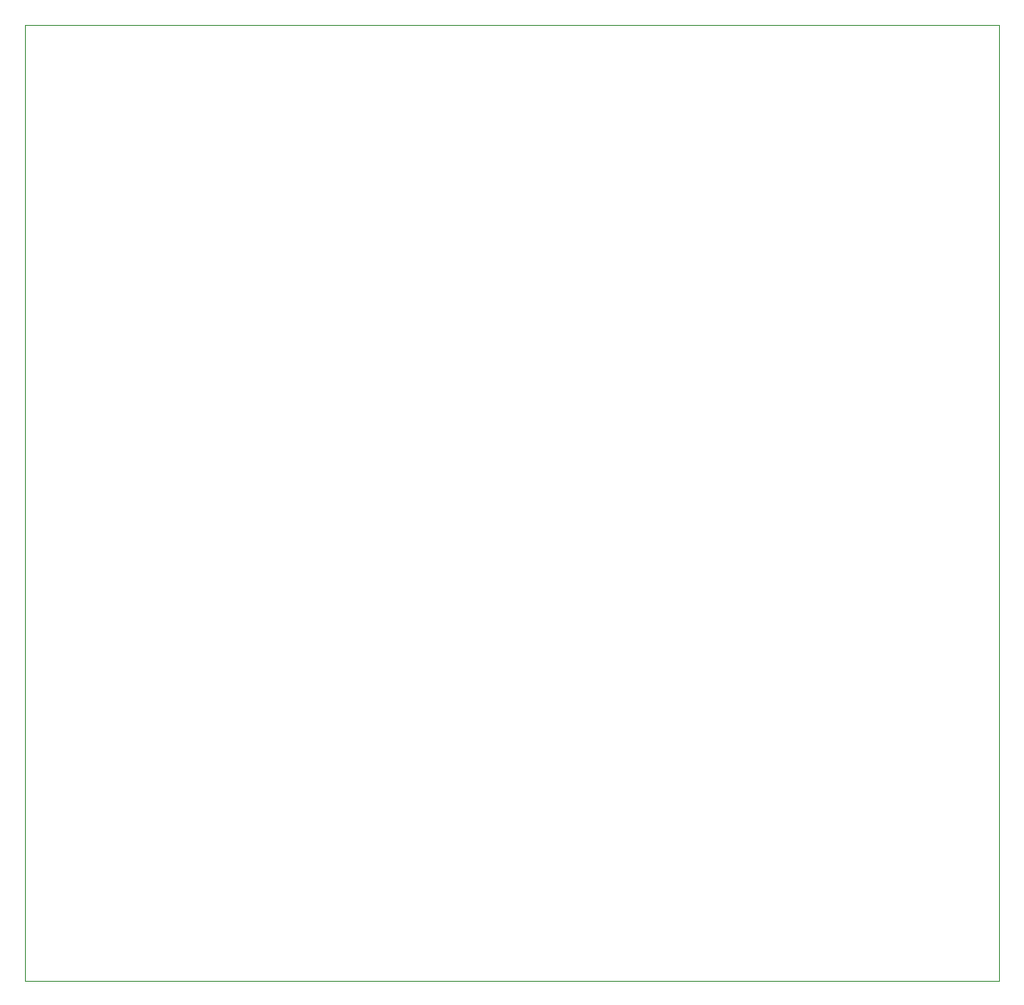
<source format=gbr>
%TF.GenerationSoftware,KiCad,Pcbnew,(6.0.1)*%
%TF.CreationDate,2022-04-20T22:23:46-05:00*%
%TF.ProjectId,voltage_adder_board,766f6c74-6167-4655-9f61-646465725f62,rev?*%
%TF.SameCoordinates,Original*%
%TF.FileFunction,Profile,NP*%
%FSLAX46Y46*%
G04 Gerber Fmt 4.6, Leading zero omitted, Abs format (unit mm)*
G04 Created by KiCad (PCBNEW (6.0.1)) date 2022-04-20 22:23:46*
%MOMM*%
%LPD*%
G01*
G04 APERTURE LIST*
%TA.AperFunction,Profile*%
%ADD10C,0.100000*%
%TD*%
G04 APERTURE END LIST*
D10*
X62357000Y-36830000D02*
X158115000Y-36830000D01*
X158115000Y-36830000D02*
X158115000Y-130810000D01*
X158115000Y-130810000D02*
X62357000Y-130810000D01*
X62357000Y-130810000D02*
X62357000Y-36830000D01*
M02*

</source>
